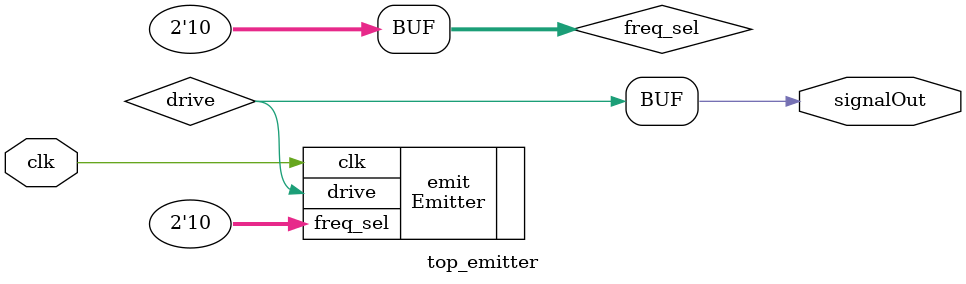
<source format=v>
module top_emitter(
    input clk,                  // 100MHz clock
    output signalOut            // Square wave to JA1
);

// Select frequency: 1kHz = 00, 2kHz = 01, 3kHz = 10
wire [1:0] freq_sel = 2'b10;   // Test with 3kHz

// Connect output
wire drive;

assign signalOut = drive;

Emitter emit(
    .clk(clk),
    .freq_sel(freq_sel),
    .drive(drive)
);

endmodule




</source>
